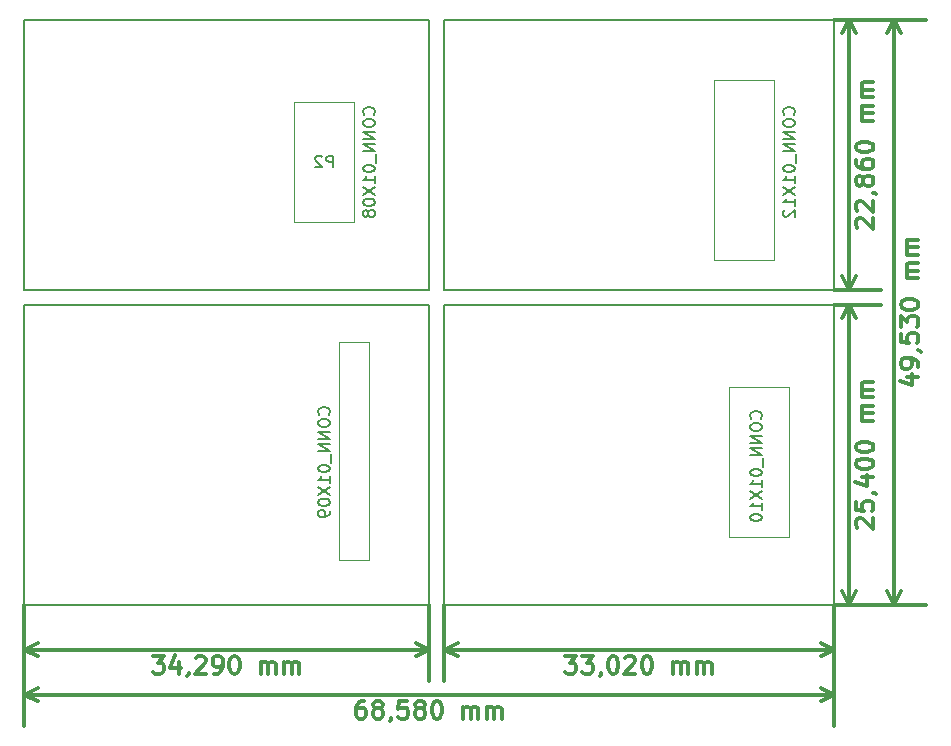
<source format=gbr>
G04 #@! TF.FileFunction,Other,Fab,Bot*
%FSLAX46Y46*%
G04 Gerber Fmt 4.6, Leading zero omitted, Abs format (unit mm)*
G04 Created by KiCad (PCBNEW 4.0.7) date 12/12/18 08:01:04*
%MOMM*%
%LPD*%
G01*
G04 APERTURE LIST*
%ADD10C,0.100000*%
%ADD11C,0.200000*%
%ADD12C,0.300000*%
%ADD13C,0.150000*%
G04 APERTURE END LIST*
D10*
D11*
X143510000Y-87630000D02*
X143510000Y-113030000D01*
X176530000Y-87630000D02*
X143510000Y-87630000D01*
X176530000Y-113030000D02*
X176530000Y-87630000D01*
X143510000Y-113030000D02*
X176530000Y-113030000D01*
X142240000Y-87630000D02*
X107950000Y-87630000D01*
X142240000Y-113030000D02*
X142240000Y-87630000D01*
X107950000Y-113030000D02*
X142240000Y-113030000D01*
X107950000Y-87630000D02*
X107950000Y-113030000D01*
X143510000Y-63500000D02*
X143510000Y-86360000D01*
X176530000Y-63500000D02*
X143510000Y-63500000D01*
X176530000Y-86360000D02*
X176530000Y-63500000D01*
X143510000Y-86360000D02*
X176530000Y-86360000D01*
X107950000Y-63500000D02*
X107950000Y-86360000D01*
X142240000Y-63500000D02*
X107950000Y-63500000D01*
X142240000Y-86360000D02*
X142240000Y-63500000D01*
X107950000Y-86360000D02*
X142240000Y-86360000D01*
D12*
X182638570Y-93764999D02*
X183638570Y-93764999D01*
X182067142Y-94122142D02*
X183138570Y-94479285D01*
X183138570Y-93550713D01*
X183638570Y-92907857D02*
X183638570Y-92622142D01*
X183567142Y-92479285D01*
X183495713Y-92407857D01*
X183281428Y-92264999D01*
X182995713Y-92193571D01*
X182424285Y-92193571D01*
X182281428Y-92264999D01*
X182209999Y-92336428D01*
X182138570Y-92479285D01*
X182138570Y-92764999D01*
X182209999Y-92907857D01*
X182281428Y-92979285D01*
X182424285Y-93050714D01*
X182781428Y-93050714D01*
X182924285Y-92979285D01*
X182995713Y-92907857D01*
X183067142Y-92764999D01*
X183067142Y-92479285D01*
X182995713Y-92336428D01*
X182924285Y-92264999D01*
X182781428Y-92193571D01*
X183567142Y-91479286D02*
X183638570Y-91479286D01*
X183781428Y-91550714D01*
X183852856Y-91622143D01*
X182138570Y-90122142D02*
X182138570Y-90836428D01*
X182852856Y-90907857D01*
X182781428Y-90836428D01*
X182709999Y-90693571D01*
X182709999Y-90336428D01*
X182781428Y-90193571D01*
X182852856Y-90122142D01*
X182995713Y-90050714D01*
X183352856Y-90050714D01*
X183495713Y-90122142D01*
X183567142Y-90193571D01*
X183638570Y-90336428D01*
X183638570Y-90693571D01*
X183567142Y-90836428D01*
X183495713Y-90907857D01*
X182138570Y-89550714D02*
X182138570Y-88622143D01*
X182709999Y-89122143D01*
X182709999Y-88907857D01*
X182781428Y-88765000D01*
X182852856Y-88693571D01*
X182995713Y-88622143D01*
X183352856Y-88622143D01*
X183495713Y-88693571D01*
X183567142Y-88765000D01*
X183638570Y-88907857D01*
X183638570Y-89336429D01*
X183567142Y-89479286D01*
X183495713Y-89550714D01*
X182138570Y-87693572D02*
X182138570Y-87550715D01*
X182209999Y-87407858D01*
X182281428Y-87336429D01*
X182424285Y-87265000D01*
X182709999Y-87193572D01*
X183067142Y-87193572D01*
X183352856Y-87265000D01*
X183495713Y-87336429D01*
X183567142Y-87407858D01*
X183638570Y-87550715D01*
X183638570Y-87693572D01*
X183567142Y-87836429D01*
X183495713Y-87907858D01*
X183352856Y-87979286D01*
X183067142Y-88050715D01*
X182709999Y-88050715D01*
X182424285Y-87979286D01*
X182281428Y-87907858D01*
X182209999Y-87836429D01*
X182138570Y-87693572D01*
X183638570Y-85407858D02*
X182638570Y-85407858D01*
X182781428Y-85407858D02*
X182709999Y-85336430D01*
X182638570Y-85193572D01*
X182638570Y-84979287D01*
X182709999Y-84836430D01*
X182852856Y-84765001D01*
X183638570Y-84765001D01*
X182852856Y-84765001D02*
X182709999Y-84693572D01*
X182638570Y-84550715D01*
X182638570Y-84336430D01*
X182709999Y-84193572D01*
X182852856Y-84122144D01*
X183638570Y-84122144D01*
X183638570Y-83407858D02*
X182638570Y-83407858D01*
X182781428Y-83407858D02*
X182709999Y-83336430D01*
X182638570Y-83193572D01*
X182638570Y-82979287D01*
X182709999Y-82836430D01*
X182852856Y-82765001D01*
X183638570Y-82765001D01*
X182852856Y-82765001D02*
X182709999Y-82693572D01*
X182638570Y-82550715D01*
X182638570Y-82336430D01*
X182709999Y-82193572D01*
X182852856Y-82122144D01*
X183638570Y-82122144D01*
X181609999Y-113030000D02*
X181609999Y-63500000D01*
X176530000Y-113030000D02*
X184309999Y-113030000D01*
X176530000Y-63500000D02*
X184309999Y-63500000D01*
X181609999Y-63500000D02*
X182196420Y-64626504D01*
X181609999Y-63500000D02*
X181023578Y-64626504D01*
X181609999Y-113030000D02*
X182196420Y-111903496D01*
X181609999Y-113030000D02*
X181023578Y-111903496D01*
X178471428Y-106544285D02*
X178399999Y-106472856D01*
X178328570Y-106329999D01*
X178328570Y-105972856D01*
X178399999Y-105829999D01*
X178471428Y-105758570D01*
X178614285Y-105687142D01*
X178757142Y-105687142D01*
X178971428Y-105758570D01*
X179828570Y-106615713D01*
X179828570Y-105687142D01*
X178328570Y-104329999D02*
X178328570Y-105044285D01*
X179042856Y-105115714D01*
X178971428Y-105044285D01*
X178899999Y-104901428D01*
X178899999Y-104544285D01*
X178971428Y-104401428D01*
X179042856Y-104329999D01*
X179185713Y-104258571D01*
X179542856Y-104258571D01*
X179685713Y-104329999D01*
X179757142Y-104401428D01*
X179828570Y-104544285D01*
X179828570Y-104901428D01*
X179757142Y-105044285D01*
X179685713Y-105115714D01*
X179757142Y-103544286D02*
X179828570Y-103544286D01*
X179971428Y-103615714D01*
X180042856Y-103687143D01*
X178828570Y-102258571D02*
X179828570Y-102258571D01*
X178257142Y-102615714D02*
X179328570Y-102972857D01*
X179328570Y-102044285D01*
X178328570Y-101187143D02*
X178328570Y-101044286D01*
X178399999Y-100901429D01*
X178471428Y-100830000D01*
X178614285Y-100758571D01*
X178899999Y-100687143D01*
X179257142Y-100687143D01*
X179542856Y-100758571D01*
X179685713Y-100830000D01*
X179757142Y-100901429D01*
X179828570Y-101044286D01*
X179828570Y-101187143D01*
X179757142Y-101330000D01*
X179685713Y-101401429D01*
X179542856Y-101472857D01*
X179257142Y-101544286D01*
X178899999Y-101544286D01*
X178614285Y-101472857D01*
X178471428Y-101401429D01*
X178399999Y-101330000D01*
X178328570Y-101187143D01*
X178328570Y-99758572D02*
X178328570Y-99615715D01*
X178399999Y-99472858D01*
X178471428Y-99401429D01*
X178614285Y-99330000D01*
X178899999Y-99258572D01*
X179257142Y-99258572D01*
X179542856Y-99330000D01*
X179685713Y-99401429D01*
X179757142Y-99472858D01*
X179828570Y-99615715D01*
X179828570Y-99758572D01*
X179757142Y-99901429D01*
X179685713Y-99972858D01*
X179542856Y-100044286D01*
X179257142Y-100115715D01*
X178899999Y-100115715D01*
X178614285Y-100044286D01*
X178471428Y-99972858D01*
X178399999Y-99901429D01*
X178328570Y-99758572D01*
X179828570Y-97472858D02*
X178828570Y-97472858D01*
X178971428Y-97472858D02*
X178899999Y-97401430D01*
X178828570Y-97258572D01*
X178828570Y-97044287D01*
X178899999Y-96901430D01*
X179042856Y-96830001D01*
X179828570Y-96830001D01*
X179042856Y-96830001D02*
X178899999Y-96758572D01*
X178828570Y-96615715D01*
X178828570Y-96401430D01*
X178899999Y-96258572D01*
X179042856Y-96187144D01*
X179828570Y-96187144D01*
X179828570Y-95472858D02*
X178828570Y-95472858D01*
X178971428Y-95472858D02*
X178899999Y-95401430D01*
X178828570Y-95258572D01*
X178828570Y-95044287D01*
X178899999Y-94901430D01*
X179042856Y-94830001D01*
X179828570Y-94830001D01*
X179042856Y-94830001D02*
X178899999Y-94758572D01*
X178828570Y-94615715D01*
X178828570Y-94401430D01*
X178899999Y-94258572D01*
X179042856Y-94187144D01*
X179828570Y-94187144D01*
X177799999Y-113030000D02*
X177799999Y-87630000D01*
X176530000Y-113030000D02*
X180499999Y-113030000D01*
X176530000Y-87630000D02*
X180499999Y-87630000D01*
X177799999Y-87630000D02*
X178386420Y-88756504D01*
X177799999Y-87630000D02*
X177213578Y-88756504D01*
X177799999Y-113030000D02*
X178386420Y-111903496D01*
X177799999Y-113030000D02*
X177213578Y-111903496D01*
X178471428Y-81144285D02*
X178399999Y-81072856D01*
X178328570Y-80929999D01*
X178328570Y-80572856D01*
X178399999Y-80429999D01*
X178471428Y-80358570D01*
X178614285Y-80287142D01*
X178757142Y-80287142D01*
X178971428Y-80358570D01*
X179828570Y-81215713D01*
X179828570Y-80287142D01*
X178471428Y-79715714D02*
X178399999Y-79644285D01*
X178328570Y-79501428D01*
X178328570Y-79144285D01*
X178399999Y-79001428D01*
X178471428Y-78929999D01*
X178614285Y-78858571D01*
X178757142Y-78858571D01*
X178971428Y-78929999D01*
X179828570Y-79787142D01*
X179828570Y-78858571D01*
X179757142Y-78144286D02*
X179828570Y-78144286D01*
X179971428Y-78215714D01*
X180042856Y-78287143D01*
X178971428Y-77287142D02*
X178899999Y-77430000D01*
X178828570Y-77501428D01*
X178685713Y-77572857D01*
X178614285Y-77572857D01*
X178471428Y-77501428D01*
X178399999Y-77430000D01*
X178328570Y-77287142D01*
X178328570Y-77001428D01*
X178399999Y-76858571D01*
X178471428Y-76787142D01*
X178614285Y-76715714D01*
X178685713Y-76715714D01*
X178828570Y-76787142D01*
X178899999Y-76858571D01*
X178971428Y-77001428D01*
X178971428Y-77287142D01*
X179042856Y-77430000D01*
X179114285Y-77501428D01*
X179257142Y-77572857D01*
X179542856Y-77572857D01*
X179685713Y-77501428D01*
X179757142Y-77430000D01*
X179828570Y-77287142D01*
X179828570Y-77001428D01*
X179757142Y-76858571D01*
X179685713Y-76787142D01*
X179542856Y-76715714D01*
X179257142Y-76715714D01*
X179114285Y-76787142D01*
X179042856Y-76858571D01*
X178971428Y-77001428D01*
X178328570Y-75430000D02*
X178328570Y-75715714D01*
X178399999Y-75858571D01*
X178471428Y-75930000D01*
X178685713Y-76072857D01*
X178971428Y-76144286D01*
X179542856Y-76144286D01*
X179685713Y-76072857D01*
X179757142Y-76001429D01*
X179828570Y-75858571D01*
X179828570Y-75572857D01*
X179757142Y-75430000D01*
X179685713Y-75358571D01*
X179542856Y-75287143D01*
X179185713Y-75287143D01*
X179042856Y-75358571D01*
X178971428Y-75430000D01*
X178899999Y-75572857D01*
X178899999Y-75858571D01*
X178971428Y-76001429D01*
X179042856Y-76072857D01*
X179185713Y-76144286D01*
X178328570Y-74358572D02*
X178328570Y-74215715D01*
X178399999Y-74072858D01*
X178471428Y-74001429D01*
X178614285Y-73930000D01*
X178899999Y-73858572D01*
X179257142Y-73858572D01*
X179542856Y-73930000D01*
X179685713Y-74001429D01*
X179757142Y-74072858D01*
X179828570Y-74215715D01*
X179828570Y-74358572D01*
X179757142Y-74501429D01*
X179685713Y-74572858D01*
X179542856Y-74644286D01*
X179257142Y-74715715D01*
X178899999Y-74715715D01*
X178614285Y-74644286D01*
X178471428Y-74572858D01*
X178399999Y-74501429D01*
X178328570Y-74358572D01*
X179828570Y-72072858D02*
X178828570Y-72072858D01*
X178971428Y-72072858D02*
X178899999Y-72001430D01*
X178828570Y-71858572D01*
X178828570Y-71644287D01*
X178899999Y-71501430D01*
X179042856Y-71430001D01*
X179828570Y-71430001D01*
X179042856Y-71430001D02*
X178899999Y-71358572D01*
X178828570Y-71215715D01*
X178828570Y-71001430D01*
X178899999Y-70858572D01*
X179042856Y-70787144D01*
X179828570Y-70787144D01*
X179828570Y-70072858D02*
X178828570Y-70072858D01*
X178971428Y-70072858D02*
X178899999Y-70001430D01*
X178828570Y-69858572D01*
X178828570Y-69644287D01*
X178899999Y-69501430D01*
X179042856Y-69430001D01*
X179828570Y-69430001D01*
X179042856Y-69430001D02*
X178899999Y-69358572D01*
X178828570Y-69215715D01*
X178828570Y-69001430D01*
X178899999Y-68858572D01*
X179042856Y-68787144D01*
X179828570Y-68787144D01*
X177799999Y-86360000D02*
X177799999Y-63500000D01*
X176530000Y-86360000D02*
X180499999Y-86360000D01*
X176530000Y-63500000D02*
X180499999Y-63500000D01*
X177799999Y-63500000D02*
X178386420Y-64626504D01*
X177799999Y-63500000D02*
X177213578Y-64626504D01*
X177799999Y-86360000D02*
X178386420Y-85233496D01*
X177799999Y-86360000D02*
X177213578Y-85233496D01*
X153734287Y-117368570D02*
X154662858Y-117368570D01*
X154162858Y-117939999D01*
X154377144Y-117939999D01*
X154520001Y-118011428D01*
X154591430Y-118082856D01*
X154662858Y-118225713D01*
X154662858Y-118582856D01*
X154591430Y-118725713D01*
X154520001Y-118797142D01*
X154377144Y-118868570D01*
X153948572Y-118868570D01*
X153805715Y-118797142D01*
X153734287Y-118725713D01*
X155162858Y-117368570D02*
X156091429Y-117368570D01*
X155591429Y-117939999D01*
X155805715Y-117939999D01*
X155948572Y-118011428D01*
X156020001Y-118082856D01*
X156091429Y-118225713D01*
X156091429Y-118582856D01*
X156020001Y-118725713D01*
X155948572Y-118797142D01*
X155805715Y-118868570D01*
X155377143Y-118868570D01*
X155234286Y-118797142D01*
X155162858Y-118725713D01*
X156805714Y-118797142D02*
X156805714Y-118868570D01*
X156734286Y-119011428D01*
X156662857Y-119082856D01*
X157734286Y-117368570D02*
X157877143Y-117368570D01*
X158020000Y-117439999D01*
X158091429Y-117511428D01*
X158162858Y-117654285D01*
X158234286Y-117939999D01*
X158234286Y-118297142D01*
X158162858Y-118582856D01*
X158091429Y-118725713D01*
X158020000Y-118797142D01*
X157877143Y-118868570D01*
X157734286Y-118868570D01*
X157591429Y-118797142D01*
X157520000Y-118725713D01*
X157448572Y-118582856D01*
X157377143Y-118297142D01*
X157377143Y-117939999D01*
X157448572Y-117654285D01*
X157520000Y-117511428D01*
X157591429Y-117439999D01*
X157734286Y-117368570D01*
X158805714Y-117511428D02*
X158877143Y-117439999D01*
X159020000Y-117368570D01*
X159377143Y-117368570D01*
X159520000Y-117439999D01*
X159591429Y-117511428D01*
X159662857Y-117654285D01*
X159662857Y-117797142D01*
X159591429Y-118011428D01*
X158734286Y-118868570D01*
X159662857Y-118868570D01*
X160591428Y-117368570D02*
X160734285Y-117368570D01*
X160877142Y-117439999D01*
X160948571Y-117511428D01*
X161020000Y-117654285D01*
X161091428Y-117939999D01*
X161091428Y-118297142D01*
X161020000Y-118582856D01*
X160948571Y-118725713D01*
X160877142Y-118797142D01*
X160734285Y-118868570D01*
X160591428Y-118868570D01*
X160448571Y-118797142D01*
X160377142Y-118725713D01*
X160305714Y-118582856D01*
X160234285Y-118297142D01*
X160234285Y-117939999D01*
X160305714Y-117654285D01*
X160377142Y-117511428D01*
X160448571Y-117439999D01*
X160591428Y-117368570D01*
X162877142Y-118868570D02*
X162877142Y-117868570D01*
X162877142Y-118011428D02*
X162948570Y-117939999D01*
X163091428Y-117868570D01*
X163305713Y-117868570D01*
X163448570Y-117939999D01*
X163519999Y-118082856D01*
X163519999Y-118868570D01*
X163519999Y-118082856D02*
X163591428Y-117939999D01*
X163734285Y-117868570D01*
X163948570Y-117868570D01*
X164091428Y-117939999D01*
X164162856Y-118082856D01*
X164162856Y-118868570D01*
X164877142Y-118868570D02*
X164877142Y-117868570D01*
X164877142Y-118011428D02*
X164948570Y-117939999D01*
X165091428Y-117868570D01*
X165305713Y-117868570D01*
X165448570Y-117939999D01*
X165519999Y-118082856D01*
X165519999Y-118868570D01*
X165519999Y-118082856D02*
X165591428Y-117939999D01*
X165734285Y-117868570D01*
X165948570Y-117868570D01*
X166091428Y-117939999D01*
X166162856Y-118082856D01*
X166162856Y-118868570D01*
X143510000Y-116839999D02*
X176530000Y-116839999D01*
X143510000Y-113030000D02*
X143510000Y-119539999D01*
X176530000Y-113030000D02*
X176530000Y-119539999D01*
X176530000Y-116839999D02*
X175403496Y-117426420D01*
X176530000Y-116839999D02*
X175403496Y-116253578D01*
X143510000Y-116839999D02*
X144636504Y-117426420D01*
X143510000Y-116839999D02*
X144636504Y-116253578D01*
X118809287Y-117368571D02*
X119737858Y-117368571D01*
X119237858Y-117940000D01*
X119452144Y-117940000D01*
X119595001Y-118011429D01*
X119666430Y-118082857D01*
X119737858Y-118225714D01*
X119737858Y-118582857D01*
X119666430Y-118725714D01*
X119595001Y-118797143D01*
X119452144Y-118868571D01*
X119023572Y-118868571D01*
X118880715Y-118797143D01*
X118809287Y-118725714D01*
X121023572Y-117868571D02*
X121023572Y-118868571D01*
X120666429Y-117297143D02*
X120309286Y-118368571D01*
X121237858Y-118368571D01*
X121880714Y-118797143D02*
X121880714Y-118868571D01*
X121809286Y-119011429D01*
X121737857Y-119082857D01*
X122452143Y-117511429D02*
X122523572Y-117440000D01*
X122666429Y-117368571D01*
X123023572Y-117368571D01*
X123166429Y-117440000D01*
X123237858Y-117511429D01*
X123309286Y-117654286D01*
X123309286Y-117797143D01*
X123237858Y-118011429D01*
X122380715Y-118868571D01*
X123309286Y-118868571D01*
X124023571Y-118868571D02*
X124309286Y-118868571D01*
X124452143Y-118797143D01*
X124523571Y-118725714D01*
X124666429Y-118511429D01*
X124737857Y-118225714D01*
X124737857Y-117654286D01*
X124666429Y-117511429D01*
X124595000Y-117440000D01*
X124452143Y-117368571D01*
X124166429Y-117368571D01*
X124023571Y-117440000D01*
X123952143Y-117511429D01*
X123880714Y-117654286D01*
X123880714Y-118011429D01*
X123952143Y-118154286D01*
X124023571Y-118225714D01*
X124166429Y-118297143D01*
X124452143Y-118297143D01*
X124595000Y-118225714D01*
X124666429Y-118154286D01*
X124737857Y-118011429D01*
X125666428Y-117368571D02*
X125809285Y-117368571D01*
X125952142Y-117440000D01*
X126023571Y-117511429D01*
X126095000Y-117654286D01*
X126166428Y-117940000D01*
X126166428Y-118297143D01*
X126095000Y-118582857D01*
X126023571Y-118725714D01*
X125952142Y-118797143D01*
X125809285Y-118868571D01*
X125666428Y-118868571D01*
X125523571Y-118797143D01*
X125452142Y-118725714D01*
X125380714Y-118582857D01*
X125309285Y-118297143D01*
X125309285Y-117940000D01*
X125380714Y-117654286D01*
X125452142Y-117511429D01*
X125523571Y-117440000D01*
X125666428Y-117368571D01*
X127952142Y-118868571D02*
X127952142Y-117868571D01*
X127952142Y-118011429D02*
X128023570Y-117940000D01*
X128166428Y-117868571D01*
X128380713Y-117868571D01*
X128523570Y-117940000D01*
X128594999Y-118082857D01*
X128594999Y-118868571D01*
X128594999Y-118082857D02*
X128666428Y-117940000D01*
X128809285Y-117868571D01*
X129023570Y-117868571D01*
X129166428Y-117940000D01*
X129237856Y-118082857D01*
X129237856Y-118868571D01*
X129952142Y-118868571D02*
X129952142Y-117868571D01*
X129952142Y-118011429D02*
X130023570Y-117940000D01*
X130166428Y-117868571D01*
X130380713Y-117868571D01*
X130523570Y-117940000D01*
X130594999Y-118082857D01*
X130594999Y-118868571D01*
X130594999Y-118082857D02*
X130666428Y-117940000D01*
X130809285Y-117868571D01*
X131023570Y-117868571D01*
X131166428Y-117940000D01*
X131237856Y-118082857D01*
X131237856Y-118868571D01*
X142240000Y-116840000D02*
X107950000Y-116840000D01*
X142240000Y-113030000D02*
X142240000Y-119540000D01*
X107950000Y-113030000D02*
X107950000Y-119540000D01*
X107950000Y-116840000D02*
X109076504Y-116253579D01*
X107950000Y-116840000D02*
X109076504Y-117426421D01*
X142240000Y-116840000D02*
X141113496Y-116253579D01*
X142240000Y-116840000D02*
X141113496Y-117426421D01*
X136740001Y-121178571D02*
X136454287Y-121178571D01*
X136311430Y-121250000D01*
X136240001Y-121321429D01*
X136097144Y-121535714D01*
X136025715Y-121821429D01*
X136025715Y-122392857D01*
X136097144Y-122535714D01*
X136168572Y-122607143D01*
X136311430Y-122678571D01*
X136597144Y-122678571D01*
X136740001Y-122607143D01*
X136811430Y-122535714D01*
X136882858Y-122392857D01*
X136882858Y-122035714D01*
X136811430Y-121892857D01*
X136740001Y-121821429D01*
X136597144Y-121750000D01*
X136311430Y-121750000D01*
X136168572Y-121821429D01*
X136097144Y-121892857D01*
X136025715Y-122035714D01*
X137740001Y-121821429D02*
X137597143Y-121750000D01*
X137525715Y-121678571D01*
X137454286Y-121535714D01*
X137454286Y-121464286D01*
X137525715Y-121321429D01*
X137597143Y-121250000D01*
X137740001Y-121178571D01*
X138025715Y-121178571D01*
X138168572Y-121250000D01*
X138240001Y-121321429D01*
X138311429Y-121464286D01*
X138311429Y-121535714D01*
X138240001Y-121678571D01*
X138168572Y-121750000D01*
X138025715Y-121821429D01*
X137740001Y-121821429D01*
X137597143Y-121892857D01*
X137525715Y-121964286D01*
X137454286Y-122107143D01*
X137454286Y-122392857D01*
X137525715Y-122535714D01*
X137597143Y-122607143D01*
X137740001Y-122678571D01*
X138025715Y-122678571D01*
X138168572Y-122607143D01*
X138240001Y-122535714D01*
X138311429Y-122392857D01*
X138311429Y-122107143D01*
X138240001Y-121964286D01*
X138168572Y-121892857D01*
X138025715Y-121821429D01*
X139025714Y-122607143D02*
X139025714Y-122678571D01*
X138954286Y-122821429D01*
X138882857Y-122892857D01*
X140382858Y-121178571D02*
X139668572Y-121178571D01*
X139597143Y-121892857D01*
X139668572Y-121821429D01*
X139811429Y-121750000D01*
X140168572Y-121750000D01*
X140311429Y-121821429D01*
X140382858Y-121892857D01*
X140454286Y-122035714D01*
X140454286Y-122392857D01*
X140382858Y-122535714D01*
X140311429Y-122607143D01*
X140168572Y-122678571D01*
X139811429Y-122678571D01*
X139668572Y-122607143D01*
X139597143Y-122535714D01*
X141311429Y-121821429D02*
X141168571Y-121750000D01*
X141097143Y-121678571D01*
X141025714Y-121535714D01*
X141025714Y-121464286D01*
X141097143Y-121321429D01*
X141168571Y-121250000D01*
X141311429Y-121178571D01*
X141597143Y-121178571D01*
X141740000Y-121250000D01*
X141811429Y-121321429D01*
X141882857Y-121464286D01*
X141882857Y-121535714D01*
X141811429Y-121678571D01*
X141740000Y-121750000D01*
X141597143Y-121821429D01*
X141311429Y-121821429D01*
X141168571Y-121892857D01*
X141097143Y-121964286D01*
X141025714Y-122107143D01*
X141025714Y-122392857D01*
X141097143Y-122535714D01*
X141168571Y-122607143D01*
X141311429Y-122678571D01*
X141597143Y-122678571D01*
X141740000Y-122607143D01*
X141811429Y-122535714D01*
X141882857Y-122392857D01*
X141882857Y-122107143D01*
X141811429Y-121964286D01*
X141740000Y-121892857D01*
X141597143Y-121821429D01*
X142811428Y-121178571D02*
X142954285Y-121178571D01*
X143097142Y-121250000D01*
X143168571Y-121321429D01*
X143240000Y-121464286D01*
X143311428Y-121750000D01*
X143311428Y-122107143D01*
X143240000Y-122392857D01*
X143168571Y-122535714D01*
X143097142Y-122607143D01*
X142954285Y-122678571D01*
X142811428Y-122678571D01*
X142668571Y-122607143D01*
X142597142Y-122535714D01*
X142525714Y-122392857D01*
X142454285Y-122107143D01*
X142454285Y-121750000D01*
X142525714Y-121464286D01*
X142597142Y-121321429D01*
X142668571Y-121250000D01*
X142811428Y-121178571D01*
X145097142Y-122678571D02*
X145097142Y-121678571D01*
X145097142Y-121821429D02*
X145168570Y-121750000D01*
X145311428Y-121678571D01*
X145525713Y-121678571D01*
X145668570Y-121750000D01*
X145739999Y-121892857D01*
X145739999Y-122678571D01*
X145739999Y-121892857D02*
X145811428Y-121750000D01*
X145954285Y-121678571D01*
X146168570Y-121678571D01*
X146311428Y-121750000D01*
X146382856Y-121892857D01*
X146382856Y-122678571D01*
X147097142Y-122678571D02*
X147097142Y-121678571D01*
X147097142Y-121821429D02*
X147168570Y-121750000D01*
X147311428Y-121678571D01*
X147525713Y-121678571D01*
X147668570Y-121750000D01*
X147739999Y-121892857D01*
X147739999Y-122678571D01*
X147739999Y-121892857D02*
X147811428Y-121750000D01*
X147954285Y-121678571D01*
X148168570Y-121678571D01*
X148311428Y-121750000D01*
X148382856Y-121892857D01*
X148382856Y-122678571D01*
X176530000Y-120650000D02*
X107950000Y-120650000D01*
X176530000Y-113030000D02*
X176530000Y-123350000D01*
X107950000Y-113030000D02*
X107950000Y-123350000D01*
X107950000Y-120650000D02*
X109076504Y-120063579D01*
X107950000Y-120650000D02*
X109076504Y-121236421D01*
X176530000Y-120650000D02*
X175403496Y-120063579D01*
X176530000Y-120650000D02*
X175403496Y-121236421D01*
D10*
X134620000Y-90805000D02*
X134620000Y-109220000D01*
X137160000Y-109220000D02*
X137160000Y-90805000D01*
X137160000Y-109220000D02*
X134620000Y-109220000D01*
X134620000Y-90805000D02*
X137160000Y-90805000D01*
X171450000Y-81280000D02*
X171450000Y-83820000D01*
X171450000Y-83820000D02*
X166370000Y-83820000D01*
X166370000Y-83820000D02*
X166370000Y-81280000D01*
X171450000Y-68580000D02*
X171450000Y-81280000D01*
X166370000Y-81280000D02*
X166370000Y-68580000D01*
X166370000Y-68580000D02*
X171450000Y-68580000D01*
X135890000Y-70485000D02*
X135890000Y-80645000D01*
X135890000Y-80645000D02*
X130810000Y-80645000D01*
X130810000Y-80645000D02*
X130810000Y-70485000D01*
X130810000Y-70485000D02*
X135890000Y-70485000D01*
X172720000Y-94615000D02*
X172720000Y-107315000D01*
X172720000Y-107315000D02*
X167640000Y-107315000D01*
X167640000Y-107315000D02*
X167640000Y-94615000D01*
X167640000Y-94615000D02*
X172720000Y-94615000D01*
D13*
X133707143Y-96941191D02*
X133754762Y-96893572D01*
X133802381Y-96750715D01*
X133802381Y-96655477D01*
X133754762Y-96512619D01*
X133659524Y-96417381D01*
X133564286Y-96369762D01*
X133373810Y-96322143D01*
X133230952Y-96322143D01*
X133040476Y-96369762D01*
X132945238Y-96417381D01*
X132850000Y-96512619D01*
X132802381Y-96655477D01*
X132802381Y-96750715D01*
X132850000Y-96893572D01*
X132897619Y-96941191D01*
X132802381Y-97560238D02*
X132802381Y-97750715D01*
X132850000Y-97845953D01*
X132945238Y-97941191D01*
X133135714Y-97988810D01*
X133469048Y-97988810D01*
X133659524Y-97941191D01*
X133754762Y-97845953D01*
X133802381Y-97750715D01*
X133802381Y-97560238D01*
X133754762Y-97465000D01*
X133659524Y-97369762D01*
X133469048Y-97322143D01*
X133135714Y-97322143D01*
X132945238Y-97369762D01*
X132850000Y-97465000D01*
X132802381Y-97560238D01*
X133802381Y-98417381D02*
X132802381Y-98417381D01*
X133802381Y-98988810D01*
X132802381Y-98988810D01*
X133802381Y-99465000D02*
X132802381Y-99465000D01*
X133802381Y-100036429D01*
X132802381Y-100036429D01*
X133897619Y-100274524D02*
X133897619Y-101036429D01*
X132802381Y-101465000D02*
X132802381Y-101560239D01*
X132850000Y-101655477D01*
X132897619Y-101703096D01*
X132992857Y-101750715D01*
X133183333Y-101798334D01*
X133421429Y-101798334D01*
X133611905Y-101750715D01*
X133707143Y-101703096D01*
X133754762Y-101655477D01*
X133802381Y-101560239D01*
X133802381Y-101465000D01*
X133754762Y-101369762D01*
X133707143Y-101322143D01*
X133611905Y-101274524D01*
X133421429Y-101226905D01*
X133183333Y-101226905D01*
X132992857Y-101274524D01*
X132897619Y-101322143D01*
X132850000Y-101369762D01*
X132802381Y-101465000D01*
X133802381Y-102750715D02*
X133802381Y-102179286D01*
X133802381Y-102465000D02*
X132802381Y-102465000D01*
X132945238Y-102369762D01*
X133040476Y-102274524D01*
X133088095Y-102179286D01*
X132802381Y-103084048D02*
X133802381Y-103750715D01*
X132802381Y-103750715D02*
X133802381Y-103084048D01*
X132802381Y-104322143D02*
X132802381Y-104417382D01*
X132850000Y-104512620D01*
X132897619Y-104560239D01*
X132992857Y-104607858D01*
X133183333Y-104655477D01*
X133421429Y-104655477D01*
X133611905Y-104607858D01*
X133707143Y-104560239D01*
X133754762Y-104512620D01*
X133802381Y-104417382D01*
X133802381Y-104322143D01*
X133754762Y-104226905D01*
X133707143Y-104179286D01*
X133611905Y-104131667D01*
X133421429Y-104084048D01*
X133183333Y-104084048D01*
X132992857Y-104131667D01*
X132897619Y-104179286D01*
X132850000Y-104226905D01*
X132802381Y-104322143D01*
X133802381Y-105131667D02*
X133802381Y-105322143D01*
X133754762Y-105417382D01*
X133707143Y-105465001D01*
X133564286Y-105560239D01*
X133373810Y-105607858D01*
X132992857Y-105607858D01*
X132897619Y-105560239D01*
X132850000Y-105512620D01*
X132802381Y-105417382D01*
X132802381Y-105226905D01*
X132850000Y-105131667D01*
X132897619Y-105084048D01*
X132992857Y-105036429D01*
X133230952Y-105036429D01*
X133326190Y-105084048D01*
X133373810Y-105131667D01*
X133421429Y-105226905D01*
X133421429Y-105417382D01*
X133373810Y-105512620D01*
X133326190Y-105560239D01*
X133230952Y-105607858D01*
X173077143Y-71541191D02*
X173124762Y-71493572D01*
X173172381Y-71350715D01*
X173172381Y-71255477D01*
X173124762Y-71112619D01*
X173029524Y-71017381D01*
X172934286Y-70969762D01*
X172743810Y-70922143D01*
X172600952Y-70922143D01*
X172410476Y-70969762D01*
X172315238Y-71017381D01*
X172220000Y-71112619D01*
X172172381Y-71255477D01*
X172172381Y-71350715D01*
X172220000Y-71493572D01*
X172267619Y-71541191D01*
X172172381Y-72160238D02*
X172172381Y-72350715D01*
X172220000Y-72445953D01*
X172315238Y-72541191D01*
X172505714Y-72588810D01*
X172839048Y-72588810D01*
X173029524Y-72541191D01*
X173124762Y-72445953D01*
X173172381Y-72350715D01*
X173172381Y-72160238D01*
X173124762Y-72065000D01*
X173029524Y-71969762D01*
X172839048Y-71922143D01*
X172505714Y-71922143D01*
X172315238Y-71969762D01*
X172220000Y-72065000D01*
X172172381Y-72160238D01*
X173172381Y-73017381D02*
X172172381Y-73017381D01*
X173172381Y-73588810D01*
X172172381Y-73588810D01*
X173172381Y-74065000D02*
X172172381Y-74065000D01*
X173172381Y-74636429D01*
X172172381Y-74636429D01*
X173267619Y-74874524D02*
X173267619Y-75636429D01*
X172172381Y-76065000D02*
X172172381Y-76160239D01*
X172220000Y-76255477D01*
X172267619Y-76303096D01*
X172362857Y-76350715D01*
X172553333Y-76398334D01*
X172791429Y-76398334D01*
X172981905Y-76350715D01*
X173077143Y-76303096D01*
X173124762Y-76255477D01*
X173172381Y-76160239D01*
X173172381Y-76065000D01*
X173124762Y-75969762D01*
X173077143Y-75922143D01*
X172981905Y-75874524D01*
X172791429Y-75826905D01*
X172553333Y-75826905D01*
X172362857Y-75874524D01*
X172267619Y-75922143D01*
X172220000Y-75969762D01*
X172172381Y-76065000D01*
X173172381Y-77350715D02*
X173172381Y-76779286D01*
X173172381Y-77065000D02*
X172172381Y-77065000D01*
X172315238Y-76969762D01*
X172410476Y-76874524D01*
X172458095Y-76779286D01*
X172172381Y-77684048D02*
X173172381Y-78350715D01*
X172172381Y-78350715D02*
X173172381Y-77684048D01*
X173172381Y-79255477D02*
X173172381Y-78684048D01*
X173172381Y-78969762D02*
X172172381Y-78969762D01*
X172315238Y-78874524D01*
X172410476Y-78779286D01*
X172458095Y-78684048D01*
X172267619Y-79636429D02*
X172220000Y-79684048D01*
X172172381Y-79779286D01*
X172172381Y-80017382D01*
X172220000Y-80112620D01*
X172267619Y-80160239D01*
X172362857Y-80207858D01*
X172458095Y-80207858D01*
X172600952Y-80160239D01*
X173172381Y-79588810D01*
X173172381Y-80207858D01*
X137517143Y-71541191D02*
X137564762Y-71493572D01*
X137612381Y-71350715D01*
X137612381Y-71255477D01*
X137564762Y-71112619D01*
X137469524Y-71017381D01*
X137374286Y-70969762D01*
X137183810Y-70922143D01*
X137040952Y-70922143D01*
X136850476Y-70969762D01*
X136755238Y-71017381D01*
X136660000Y-71112619D01*
X136612381Y-71255477D01*
X136612381Y-71350715D01*
X136660000Y-71493572D01*
X136707619Y-71541191D01*
X136612381Y-72160238D02*
X136612381Y-72350715D01*
X136660000Y-72445953D01*
X136755238Y-72541191D01*
X136945714Y-72588810D01*
X137279048Y-72588810D01*
X137469524Y-72541191D01*
X137564762Y-72445953D01*
X137612381Y-72350715D01*
X137612381Y-72160238D01*
X137564762Y-72065000D01*
X137469524Y-71969762D01*
X137279048Y-71922143D01*
X136945714Y-71922143D01*
X136755238Y-71969762D01*
X136660000Y-72065000D01*
X136612381Y-72160238D01*
X137612381Y-73017381D02*
X136612381Y-73017381D01*
X137612381Y-73588810D01*
X136612381Y-73588810D01*
X137612381Y-74065000D02*
X136612381Y-74065000D01*
X137612381Y-74636429D01*
X136612381Y-74636429D01*
X137707619Y-74874524D02*
X137707619Y-75636429D01*
X136612381Y-76065000D02*
X136612381Y-76160239D01*
X136660000Y-76255477D01*
X136707619Y-76303096D01*
X136802857Y-76350715D01*
X136993333Y-76398334D01*
X137231429Y-76398334D01*
X137421905Y-76350715D01*
X137517143Y-76303096D01*
X137564762Y-76255477D01*
X137612381Y-76160239D01*
X137612381Y-76065000D01*
X137564762Y-75969762D01*
X137517143Y-75922143D01*
X137421905Y-75874524D01*
X137231429Y-75826905D01*
X136993333Y-75826905D01*
X136802857Y-75874524D01*
X136707619Y-75922143D01*
X136660000Y-75969762D01*
X136612381Y-76065000D01*
X137612381Y-77350715D02*
X137612381Y-76779286D01*
X137612381Y-77065000D02*
X136612381Y-77065000D01*
X136755238Y-76969762D01*
X136850476Y-76874524D01*
X136898095Y-76779286D01*
X136612381Y-77684048D02*
X137612381Y-78350715D01*
X136612381Y-78350715D02*
X137612381Y-77684048D01*
X136612381Y-78922143D02*
X136612381Y-79017382D01*
X136660000Y-79112620D01*
X136707619Y-79160239D01*
X136802857Y-79207858D01*
X136993333Y-79255477D01*
X137231429Y-79255477D01*
X137421905Y-79207858D01*
X137517143Y-79160239D01*
X137564762Y-79112620D01*
X137612381Y-79017382D01*
X137612381Y-78922143D01*
X137564762Y-78826905D01*
X137517143Y-78779286D01*
X137421905Y-78731667D01*
X137231429Y-78684048D01*
X136993333Y-78684048D01*
X136802857Y-78731667D01*
X136707619Y-78779286D01*
X136660000Y-78826905D01*
X136612381Y-78922143D01*
X137040952Y-79826905D02*
X136993333Y-79731667D01*
X136945714Y-79684048D01*
X136850476Y-79636429D01*
X136802857Y-79636429D01*
X136707619Y-79684048D01*
X136660000Y-79731667D01*
X136612381Y-79826905D01*
X136612381Y-80017382D01*
X136660000Y-80112620D01*
X136707619Y-80160239D01*
X136802857Y-80207858D01*
X136850476Y-80207858D01*
X136945714Y-80160239D01*
X136993333Y-80112620D01*
X137040952Y-80017382D01*
X137040952Y-79826905D01*
X137088571Y-79731667D01*
X137136190Y-79684048D01*
X137231429Y-79636429D01*
X137421905Y-79636429D01*
X137517143Y-79684048D01*
X137564762Y-79731667D01*
X137612381Y-79826905D01*
X137612381Y-80017382D01*
X137564762Y-80112620D01*
X137517143Y-80160239D01*
X137421905Y-80207858D01*
X137231429Y-80207858D01*
X137136190Y-80160239D01*
X137088571Y-80112620D01*
X137040952Y-80017382D01*
X134088095Y-76017381D02*
X134088095Y-75017381D01*
X133707142Y-75017381D01*
X133611904Y-75065000D01*
X133564285Y-75112619D01*
X133516666Y-75207857D01*
X133516666Y-75350714D01*
X133564285Y-75445952D01*
X133611904Y-75493571D01*
X133707142Y-75541190D01*
X134088095Y-75541190D01*
X133135714Y-75112619D02*
X133088095Y-75065000D01*
X132992857Y-75017381D01*
X132754761Y-75017381D01*
X132659523Y-75065000D01*
X132611904Y-75112619D01*
X132564285Y-75207857D01*
X132564285Y-75303095D01*
X132611904Y-75445952D01*
X133183333Y-76017381D01*
X132564285Y-76017381D01*
X170298383Y-97276471D02*
X170346002Y-97228852D01*
X170393621Y-97085995D01*
X170393621Y-96990757D01*
X170346002Y-96847899D01*
X170250764Y-96752661D01*
X170155526Y-96705042D01*
X169965050Y-96657423D01*
X169822192Y-96657423D01*
X169631716Y-96705042D01*
X169536478Y-96752661D01*
X169441240Y-96847899D01*
X169393621Y-96990757D01*
X169393621Y-97085995D01*
X169441240Y-97228852D01*
X169488859Y-97276471D01*
X169393621Y-97895518D02*
X169393621Y-98085995D01*
X169441240Y-98181233D01*
X169536478Y-98276471D01*
X169726954Y-98324090D01*
X170060288Y-98324090D01*
X170250764Y-98276471D01*
X170346002Y-98181233D01*
X170393621Y-98085995D01*
X170393621Y-97895518D01*
X170346002Y-97800280D01*
X170250764Y-97705042D01*
X170060288Y-97657423D01*
X169726954Y-97657423D01*
X169536478Y-97705042D01*
X169441240Y-97800280D01*
X169393621Y-97895518D01*
X170393621Y-98752661D02*
X169393621Y-98752661D01*
X170393621Y-99324090D01*
X169393621Y-99324090D01*
X170393621Y-99800280D02*
X169393621Y-99800280D01*
X170393621Y-100371709D01*
X169393621Y-100371709D01*
X170488859Y-100609804D02*
X170488859Y-101371709D01*
X169393621Y-101800280D02*
X169393621Y-101895519D01*
X169441240Y-101990757D01*
X169488859Y-102038376D01*
X169584097Y-102085995D01*
X169774573Y-102133614D01*
X170012669Y-102133614D01*
X170203145Y-102085995D01*
X170298383Y-102038376D01*
X170346002Y-101990757D01*
X170393621Y-101895519D01*
X170393621Y-101800280D01*
X170346002Y-101705042D01*
X170298383Y-101657423D01*
X170203145Y-101609804D01*
X170012669Y-101562185D01*
X169774573Y-101562185D01*
X169584097Y-101609804D01*
X169488859Y-101657423D01*
X169441240Y-101705042D01*
X169393621Y-101800280D01*
X170393621Y-103085995D02*
X170393621Y-102514566D01*
X170393621Y-102800280D02*
X169393621Y-102800280D01*
X169536478Y-102705042D01*
X169631716Y-102609804D01*
X169679335Y-102514566D01*
X169393621Y-103419328D02*
X170393621Y-104085995D01*
X169393621Y-104085995D02*
X170393621Y-103419328D01*
X170393621Y-104990757D02*
X170393621Y-104419328D01*
X170393621Y-104705042D02*
X169393621Y-104705042D01*
X169536478Y-104609804D01*
X169631716Y-104514566D01*
X169679335Y-104419328D01*
X169393621Y-105609804D02*
X169393621Y-105705043D01*
X169441240Y-105800281D01*
X169488859Y-105847900D01*
X169584097Y-105895519D01*
X169774573Y-105943138D01*
X170012669Y-105943138D01*
X170203145Y-105895519D01*
X170298383Y-105847900D01*
X170346002Y-105800281D01*
X170393621Y-105705043D01*
X170393621Y-105609804D01*
X170346002Y-105514566D01*
X170298383Y-105466947D01*
X170203145Y-105419328D01*
X170012669Y-105371709D01*
X169774573Y-105371709D01*
X169584097Y-105419328D01*
X169488859Y-105466947D01*
X169441240Y-105514566D01*
X169393621Y-105609804D01*
M02*

</source>
